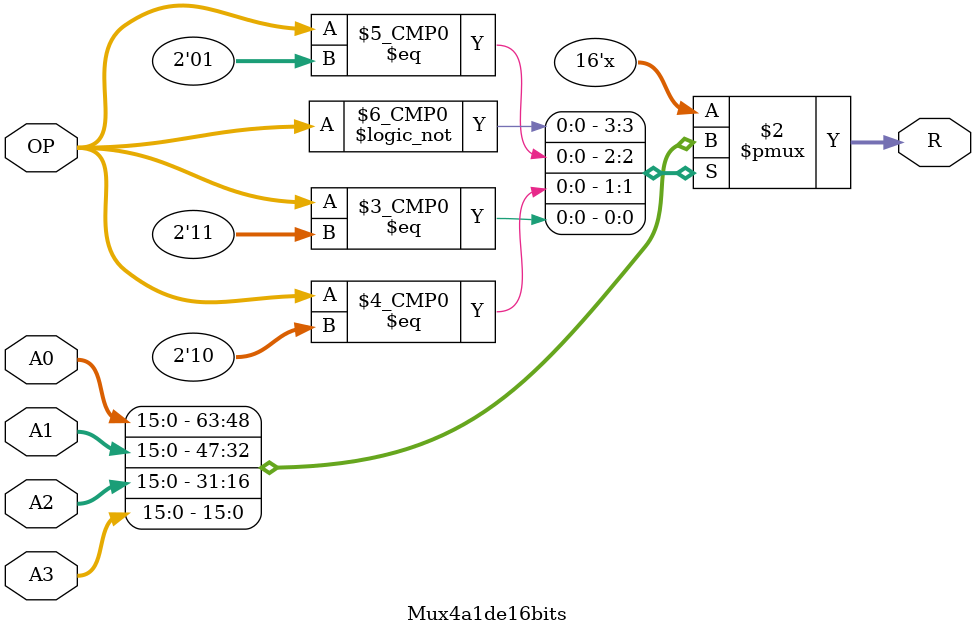
<source format=v>
`timescale 1ns / 1ps

module Mux4a1de16bits(A0,A1,A2,A3,OP,R);
	input [15:0] A0,A1,A2,A3;
	input [1:0] OP;
	output reg [15:0] R;
	
	always @(A0 or A1 or A2 or A3 or OP)
		case (OP)
			2'b00: R=A0;
			2'b01: R=A1;
			2'b10: R=A2;
			2'b11: R=A3;
		endcase

endmodule

</source>
